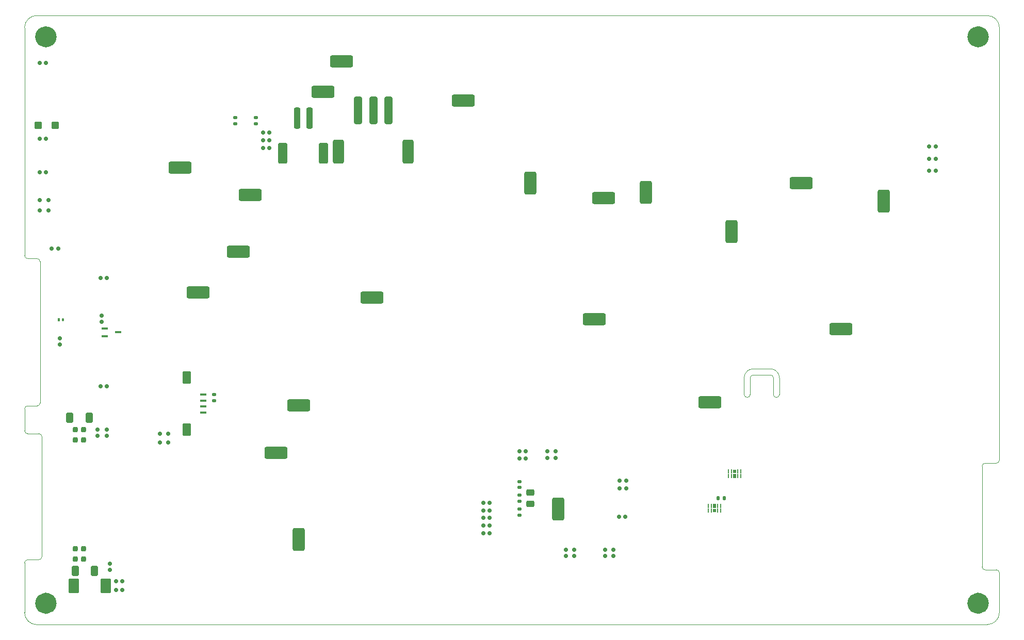
<source format=gbr>
%TF.GenerationSoftware,KiCad,Pcbnew,9.0.2*%
%TF.CreationDate,2025-05-19T09:58:24-04:00*%
%TF.ProjectId,mainBoard,6d61696e-426f-4617-9264-2e6b69636164,01*%
%TF.SameCoordinates,PX42c1d80PY2faf080*%
%TF.FileFunction,Paste,Bot*%
%TF.FilePolarity,Positive*%
%FSLAX46Y46*%
G04 Gerber Fmt 4.6, Leading zero omitted, Abs format (unit mm)*
G04 Created by KiCad (PCBNEW 9.0.2) date 2025-05-19 09:58:24*
%MOMM*%
%LPD*%
G01*
G04 APERTURE LIST*
G04 Aperture macros list*
%AMRoundRect*
0 Rectangle with rounded corners*
0 $1 Rounding radius*
0 $2 $3 $4 $5 $6 $7 $8 $9 X,Y pos of 4 corners*
0 Add a 4 corners polygon primitive as box body*
4,1,4,$2,$3,$4,$5,$6,$7,$8,$9,$2,$3,0*
0 Add four circle primitives for the rounded corners*
1,1,$1+$1,$2,$3*
1,1,$1+$1,$4,$5*
1,1,$1+$1,$6,$7*
1,1,$1+$1,$8,$9*
0 Add four rect primitives between the rounded corners*
20,1,$1+$1,$2,$3,$4,$5,0*
20,1,$1+$1,$4,$5,$6,$7,0*
20,1,$1+$1,$6,$7,$8,$9,0*
20,1,$1+$1,$8,$9,$2,$3,0*%
G04 Aperture macros list end*
%ADD10C,1.750000*%
%ADD11RoundRect,0.150000X-0.150000X-0.150000X0.150000X-0.150000X0.150000X0.150000X-0.150000X0.150000X0*%
%ADD12RoundRect,0.150000X0.150000X0.150000X-0.150000X0.150000X-0.150000X-0.150000X0.150000X-0.150000X0*%
%ADD13RoundRect,0.300000X1.575000X0.700000X-1.575000X0.700000X-1.575000X-0.700000X1.575000X-0.700000X0*%
%ADD14RoundRect,0.150000X-0.150000X0.150000X-0.150000X-0.150000X0.150000X-0.150000X0.150000X0.150000X0*%
%ADD15RoundRect,0.250000X0.625000X0.950000X-0.625000X0.950000X-0.625000X-0.950000X0.625000X-0.950000X0*%
%ADD16RoundRect,0.150000X0.150000X-0.150000X0.150000X0.150000X-0.150000X0.150000X-0.150000X-0.150000X0*%
%ADD17RoundRect,0.200000X-0.200000X-0.250000X0.200000X-0.250000X0.200000X0.250000X-0.200000X0.250000X0*%
%ADD18RoundRect,0.300000X-1.575000X-0.700000X1.575000X-0.700000X1.575000X0.700000X-1.575000X0.700000X0*%
%ADD19RoundRect,0.275000X-0.375000X0.275000X-0.375000X-0.275000X0.375000X-0.275000X0.375000X0.275000X0*%
%ADD20RoundRect,0.300000X-0.300000X-0.550000X0.300000X-0.550000X0.300000X0.550000X-0.300000X0.550000X0*%
%ADD21RoundRect,0.125000X0.175000X-0.125000X0.175000X0.125000X-0.175000X0.125000X-0.175000X-0.125000X0*%
%ADD22RoundRect,0.060000X-0.415000X-0.140000X0.415000X-0.140000X0.415000X0.140000X-0.415000X0.140000X0*%
%ADD23RoundRect,0.050000X0.100000X0.200000X-0.100000X0.200000X-0.100000X-0.200000X0.100000X-0.200000X0*%
%ADD24RoundRect,0.030000X0.120000X0.220000X-0.120000X0.220000X-0.120000X-0.220000X0.120000X-0.220000X0*%
%ADD25RoundRect,0.300000X-0.700000X1.575000X-0.700000X-1.575000X0.700000X-1.575000X0.700000X1.575000X0*%
%ADD26RoundRect,0.125000X-0.175000X0.125000X-0.175000X-0.125000X0.175000X-0.125000X0.175000X0.125000X0*%
%ADD27RoundRect,0.250000X0.650000X1.700000X-0.650000X1.700000X-0.650000X-1.700000X0.650000X-1.700000X0*%
%ADD28RoundRect,0.250000X0.400000X2.000000X-0.400000X2.000000X-0.400000X-2.000000X0.400000X-2.000000X0*%
%ADD29RoundRect,0.050000X0.600000X-0.950000X0.600000X0.950000X-0.600000X0.950000X-0.600000X-0.950000X0*%
%ADD30RoundRect,0.050000X0.450000X-0.150000X0.450000X0.150000X-0.450000X0.150000X-0.450000X-0.150000X0*%
%ADD31RoundRect,0.150000X0.450000X0.450000X-0.450000X0.450000X-0.450000X-0.450000X0.450000X-0.450000X0*%
%ADD32RoundRect,0.150000X0.150000X0.200000X-0.150000X0.200000X-0.150000X-0.200000X0.150000X-0.200000X0*%
%ADD33RoundRect,0.125000X0.125000X0.175000X-0.125000X0.175000X-0.125000X-0.175000X0.125000X-0.175000X0*%
%ADD34RoundRect,0.050000X0.075000X0.262500X-0.075000X0.262500X-0.075000X-0.262500X0.075000X-0.262500X0*%
%ADD35RoundRect,0.050000X0.175000X0.300000X-0.175000X0.300000X-0.175000X-0.300000X0.175000X-0.300000X0*%
%ADD36RoundRect,0.050000X0.175000X0.237500X-0.175000X0.237500X-0.175000X-0.237500X0.175000X-0.237500X0*%
%ADD37RoundRect,0.050000X-0.075000X-0.262500X0.075000X-0.262500X0.075000X0.262500X-0.075000X0.262500X0*%
%ADD38RoundRect,0.050000X-0.175000X-0.300000X0.175000X-0.300000X0.175000X0.300000X-0.175000X0.300000X0*%
%ADD39RoundRect,0.050000X-0.175000X-0.237500X0.175000X-0.237500X0.175000X0.237500X-0.175000X0.237500X0*%
%ADD40RoundRect,0.250000X0.500000X1.450000X-0.500000X1.450000X-0.500000X-1.450000X0.500000X-1.450000X0*%
%ADD41RoundRect,0.250000X0.250000X1.500000X-0.250000X1.500000X-0.250000X-1.500000X0.250000X-1.500000X0*%
%TA.AperFunction,Profile*%
%ADD42C,0.050000*%
%TD*%
%TA.AperFunction,Profile*%
%ADD43C,0.100000*%
%TD*%
G04 APERTURE END LIST*
D10*
X157375000Y-3500000D02*
G75*
G02*
X155625000Y-3500000I-875000J0D01*
G01*
X155625000Y-3500000D02*
G75*
G02*
X157375000Y-3500000I875000J0D01*
G01*
X157375000Y-96500000D02*
G75*
G02*
X155625000Y-96500000I-875000J0D01*
G01*
X155625000Y-96500000D02*
G75*
G02*
X157375000Y-96500000I875000J0D01*
G01*
X4375000Y-96500000D02*
G75*
G02*
X2625000Y-96500000I-875000J0D01*
G01*
X2625000Y-96500000D02*
G75*
G02*
X4375000Y-96500000I875000J0D01*
G01*
X4375000Y-3500000D02*
G75*
G02*
X2625000Y-3500000I-875000J0D01*
G01*
X2625000Y-3500000D02*
G75*
G02*
X4375000Y-3500000I875000J0D01*
G01*
D11*
%TO.C,R1*%
X97675000Y-76325000D03*
X98725000Y-76325000D03*
%TD*%
D12*
%TO.C,R57*%
X149525000Y-21500000D03*
X148475000Y-21500000D03*
%TD*%
D13*
%TO.C,TP60*%
X28500000Y-45500000D03*
%TD*%
D14*
%TO.C,R8*%
X90175000Y-87675000D03*
X90175000Y-88725000D03*
%TD*%
D15*
%TO.C,C58*%
X13300000Y-93600000D03*
X8050000Y-93600000D03*
%TD*%
D16*
%TO.C,R52*%
X13500000Y-69025000D03*
X13500000Y-67975000D03*
%TD*%
D14*
%TO.C,R4*%
X96675000Y-87675000D03*
X96675000Y-88725000D03*
%TD*%
D17*
%TO.C,C52*%
X8300000Y-68000000D03*
X9700000Y-68000000D03*
%TD*%
D11*
%TO.C,R31*%
X12475000Y-60900000D03*
X13525000Y-60900000D03*
%TD*%
D12*
%TO.C,R79*%
X3550000Y-7750000D03*
X2500000Y-7750000D03*
%TD*%
D17*
%TO.C,C56*%
X8300000Y-87550000D03*
X9700000Y-87550000D03*
%TD*%
D18*
%TO.C,TP72*%
X25500000Y-25000000D03*
%TD*%
%TO.C,TP10*%
X134000000Y-51500000D03*
%TD*%
%TO.C,TP26*%
X37000000Y-29500000D03*
%TD*%
%TO.C,TP82*%
X52000000Y-7500000D03*
%TD*%
D19*
%TO.C,C20*%
X83000000Y-78300000D03*
X83000000Y-80200000D03*
%TD*%
D18*
%TO.C,TP37*%
X35100000Y-38800000D03*
%TD*%
D20*
%TO.C,C54*%
X8300000Y-91150000D03*
X11500000Y-91150000D03*
%TD*%
D16*
%TO.C,R28*%
X12650000Y-50325000D03*
X12650000Y-49275000D03*
%TD*%
D11*
%TO.C,R2*%
X97675000Y-77675000D03*
X98725000Y-77675000D03*
%TD*%
%TO.C,R85*%
X39125000Y-20475000D03*
X40175000Y-20475000D03*
%TD*%
D21*
%TO.C,C107*%
X31100000Y-63200000D03*
X31100000Y-62200000D03*
%TD*%
D22*
%TO.C,D7*%
X13150000Y-52650000D03*
X13150000Y-51350000D03*
X15350000Y-52000000D03*
%TD*%
D12*
%TO.C,R78*%
X3550000Y-20250000D03*
X2500000Y-20250000D03*
%TD*%
D23*
%TO.C,D6*%
X6325000Y-49950000D03*
D24*
X5625000Y-49950000D03*
%TD*%
D12*
%TO.C,R83*%
X40175000Y-21750000D03*
X39125000Y-21750000D03*
%TD*%
D25*
%TO.C,TP9*%
X116000000Y-35500000D03*
%TD*%
D18*
%TO.C,TP79*%
X49000000Y-12500000D03*
%TD*%
D12*
%TO.C,R17*%
X76325000Y-85000000D03*
X75275000Y-85000000D03*
%TD*%
D26*
%TO.C,C6*%
X81250000Y-81000000D03*
X81250000Y-82000000D03*
%TD*%
D12*
%TO.C,R12*%
X82275000Y-72750000D03*
X81225000Y-72750000D03*
%TD*%
%TO.C,R16*%
X98625000Y-82250000D03*
X97575000Y-82250000D03*
%TD*%
D18*
%TO.C,TP36*%
X93500000Y-49900000D03*
%TD*%
D21*
%TO.C,C5*%
X81250000Y-77500000D03*
X81250000Y-76500000D03*
%TD*%
D27*
%TO.C,J39*%
X62950000Y-22350000D03*
X51550000Y-22350000D03*
D28*
X59750000Y-15550000D03*
X57250000Y-15550000D03*
X54750000Y-15550000D03*
%TD*%
D26*
%TO.C,C137*%
X37950000Y-16800000D03*
X37950000Y-17800000D03*
%TD*%
D16*
%TO.C,R6*%
X85825000Y-72600000D03*
X85825000Y-71550000D03*
%TD*%
D21*
%TO.C,C134*%
X34550000Y-17800000D03*
X34550000Y-16800000D03*
%TD*%
D25*
%TO.C,TP58*%
X141000000Y-30500000D03*
%TD*%
D18*
%TO.C,TP47*%
X127500000Y-27500000D03*
%TD*%
D16*
%TO.C,R7*%
X87175000Y-72600000D03*
X87175000Y-71550000D03*
%TD*%
D12*
%TO.C,R19*%
X76325000Y-83750000D03*
X75275000Y-83750000D03*
%TD*%
D14*
%TO.C,R9*%
X88825000Y-87675000D03*
X88825000Y-88725000D03*
%TD*%
D12*
%TO.C,R70*%
X3550000Y-25750000D03*
X2500000Y-25750000D03*
%TD*%
D11*
%TO.C,R32*%
X12475000Y-43100000D03*
X13525000Y-43100000D03*
%TD*%
D12*
%TO.C,R20*%
X76325000Y-81250000D03*
X75275000Y-81250000D03*
%TD*%
D29*
%TO.C,J34*%
X26637500Y-68000000D03*
X26637500Y-59400000D03*
D30*
X29337500Y-65200000D03*
X29337500Y-64200000D03*
X29337500Y-63200000D03*
X29337500Y-62200000D03*
%TD*%
D14*
%TO.C,R50*%
X14000000Y-89975000D03*
X14000000Y-91025000D03*
%TD*%
D31*
%TO.C,D31*%
X5000000Y-18000000D03*
X2200000Y-18000000D03*
%TD*%
D32*
%TO.C,D24*%
X3900000Y-32000000D03*
X2500000Y-32000000D03*
%TD*%
D12*
%TO.C,R18*%
X76325000Y-82500000D03*
X75275000Y-82500000D03*
%TD*%
D32*
%TO.C,D25*%
X3900000Y-30300000D03*
X2500000Y-30300000D03*
%TD*%
D33*
%TO.C,C33*%
X114825000Y-79250000D03*
X113825000Y-79250000D03*
%TD*%
D12*
%TO.C,R69*%
X5525000Y-38250000D03*
X4475000Y-38250000D03*
%TD*%
D13*
%TO.C,TP35*%
X112500000Y-63500000D03*
%TD*%
D18*
%TO.C,TP19*%
X45000000Y-64000000D03*
%TD*%
D34*
%TO.C,D5*%
X117525000Y-75637500D03*
X117025000Y-75637500D03*
D35*
X116525000Y-75600000D03*
D34*
X116025000Y-75637500D03*
X115525000Y-75637500D03*
X115525000Y-74862500D03*
X116025000Y-74862500D03*
D36*
X116525000Y-74837500D03*
D34*
X117025000Y-74862500D03*
X117525000Y-74862500D03*
%TD*%
D13*
%TO.C,TP59*%
X41300000Y-71800000D03*
%TD*%
D18*
%TO.C,TP71*%
X72000000Y-14000000D03*
%TD*%
D26*
%TO.C,C21*%
X81250000Y-78750000D03*
X81250000Y-79750000D03*
%TD*%
D14*
%TO.C,R5*%
X95325000Y-87675000D03*
X95325000Y-88725000D03*
%TD*%
D25*
%TO.C,TP57*%
X102000000Y-29000000D03*
%TD*%
D32*
%TO.C,D26*%
X23600000Y-68700000D03*
X22200000Y-68700000D03*
%TD*%
D12*
%TO.C,R43*%
X16075000Y-92900000D03*
X15025000Y-92900000D03*
%TD*%
D20*
%TO.C,C51*%
X7400000Y-66000000D03*
X10600000Y-66000000D03*
%TD*%
D12*
%TO.C,R65*%
X149525000Y-25500000D03*
X148475000Y-25500000D03*
%TD*%
D16*
%TO.C,R29*%
X5800000Y-54025000D03*
X5800000Y-52975000D03*
%TD*%
D12*
%TO.C,R10*%
X82275000Y-71500000D03*
X81225000Y-71500000D03*
%TD*%
%TO.C,R61*%
X149525000Y-23500000D03*
X148475000Y-23500000D03*
%TD*%
D25*
%TO.C,TP27*%
X83000000Y-27500000D03*
%TD*%
D17*
%TO.C,C53*%
X8300000Y-69700000D03*
X9700000Y-69700000D03*
%TD*%
D18*
%TO.C,TP73*%
X95000000Y-30000000D03*
%TD*%
D12*
%TO.C,R46*%
X16075000Y-94300000D03*
X15025000Y-94300000D03*
%TD*%
D25*
%TO.C,TP48*%
X87600000Y-81000000D03*
%TD*%
D37*
%TO.C,D4*%
X112250000Y-80487500D03*
X112750000Y-80487500D03*
D38*
X113250000Y-80525000D03*
D37*
X113750000Y-80487500D03*
X114250000Y-80487500D03*
X114250000Y-81262500D03*
X113750000Y-81262500D03*
D39*
X113250000Y-81287500D03*
D37*
X112750000Y-81262500D03*
X112250000Y-81262500D03*
%TD*%
D17*
%TO.C,C55*%
X8300000Y-89200000D03*
X9700000Y-89200000D03*
%TD*%
D16*
%TO.C,R51*%
X12000000Y-69025000D03*
X12000000Y-67975000D03*
%TD*%
D32*
%TO.C,D27*%
X23600000Y-70100000D03*
X22200000Y-70100000D03*
%TD*%
D12*
%TO.C,R21*%
X76325000Y-80000000D03*
X75275000Y-80000000D03*
%TD*%
D25*
%TO.C,TP50*%
X45000000Y-86000000D03*
%TD*%
D40*
%TO.C,J38*%
X49100000Y-22600000D03*
X42400000Y-22600000D03*
D41*
X46750000Y-16850000D03*
X44750000Y-16850000D03*
%TD*%
D18*
%TO.C,TP49*%
X57000000Y-46300000D03*
%TD*%
D11*
%TO.C,R80*%
X39125000Y-19200000D03*
X40175000Y-19200000D03*
%TD*%
D42*
X0Y-2000000D02*
G75*
G02*
X2000000Y0I2000000J0D01*
G01*
D43*
X122400000Y-58000000D02*
X119600001Y-58000000D01*
X119100000Y-59500000D02*
G75*
G02*
X119600000Y-59000000I500000J0D01*
G01*
D42*
X2550000Y-63600000D02*
X2550000Y-40400000D01*
X2050000Y-39900000D02*
G75*
G02*
X2550000Y-40400000I0J-500000D01*
G01*
X0Y-89850000D02*
G75*
G02*
X500000Y-89350000I500000J0D01*
G01*
D43*
X119600000Y-59000000D02*
X122400000Y-59000000D01*
D42*
X157150000Y-74000000D02*
G75*
G02*
X157650000Y-73500000I500000J0D01*
G01*
D43*
X122400000Y-58000000D02*
G75*
G02*
X123900000Y-59500000I0J-1500000D01*
G01*
D42*
X0Y-89850000D02*
X0Y-98000000D01*
X0Y-64600000D02*
G75*
G02*
X500000Y-64100000I500000J0D01*
G01*
X2000000Y-100000000D02*
X158000000Y-100000000D01*
D43*
X123900000Y-62200000D02*
G75*
G02*
X122900000Y-62200000I-500000J0D01*
G01*
D42*
X500000Y-39900000D02*
G75*
G02*
X0Y-39400000I0J500000D01*
G01*
X159500000Y-91000000D02*
X157650000Y-91000000D01*
X2000000Y-100000000D02*
G75*
G02*
X0Y-98000000I0J2000000D01*
G01*
X2350000Y-68650000D02*
X500000Y-68650000D01*
X159500000Y-73500000D02*
X157650000Y-73500000D01*
D43*
X119100000Y-62200000D02*
G75*
G02*
X118100000Y-62200000I-500000J0D01*
G01*
D42*
X160000000Y-98000000D02*
G75*
G02*
X158000000Y-100000000I-2000000J0D01*
G01*
D43*
X123900000Y-59500000D02*
X123900000Y-62200000D01*
D42*
X160000000Y-91500000D02*
X160000000Y-98000000D01*
X159500000Y-91000000D02*
G75*
G02*
X160000000Y-91500000I0J-500000D01*
G01*
X2050000Y-39900000D02*
X500000Y-39900000D01*
D43*
X122900000Y-59500000D02*
X122900000Y-62200000D01*
X118100000Y-59500000D02*
X118100000Y-62200000D01*
X122400000Y-59000000D02*
G75*
G02*
X122900000Y-59500000I0J-500000D01*
G01*
D42*
X160000000Y-73000000D02*
G75*
G02*
X159500000Y-73500000I-500000J0D01*
G01*
X0Y-68150000D02*
X0Y-64600000D01*
D43*
X118100000Y-59500000D02*
G75*
G02*
X119600001Y-58000000I1500000J0D01*
G01*
D42*
X2850000Y-88850000D02*
G75*
G02*
X2350000Y-89350000I-500000J0D01*
G01*
X157150000Y-74000000D02*
X157150000Y-90500000D01*
X500000Y-68650000D02*
G75*
G02*
X0Y-68150000I0J500000D01*
G01*
X160000000Y-73000000D02*
X160000000Y-2000000D01*
X2850000Y-88850000D02*
X2850000Y-69150000D01*
X2350000Y-89350000D02*
X500000Y-89350000D01*
X158000000Y0D02*
X2000000Y0D01*
X2050000Y-64100000D02*
X500000Y-64100000D01*
X157650000Y-91000000D02*
G75*
G02*
X157150000Y-90500000I0J500000D01*
G01*
X2550000Y-63600000D02*
G75*
G02*
X2050000Y-64100000I-500000J0D01*
G01*
D43*
X119100000Y-59500000D02*
X119100000Y-62200000D01*
D42*
X0Y-39400000D02*
X0Y-2000000D01*
X2350000Y-68650000D02*
G75*
G02*
X2850000Y-69150000I0J-500000D01*
G01*
X158000000Y0D02*
G75*
G02*
X160000000Y-2000000I0J-2000000D01*
G01*
M02*

</source>
